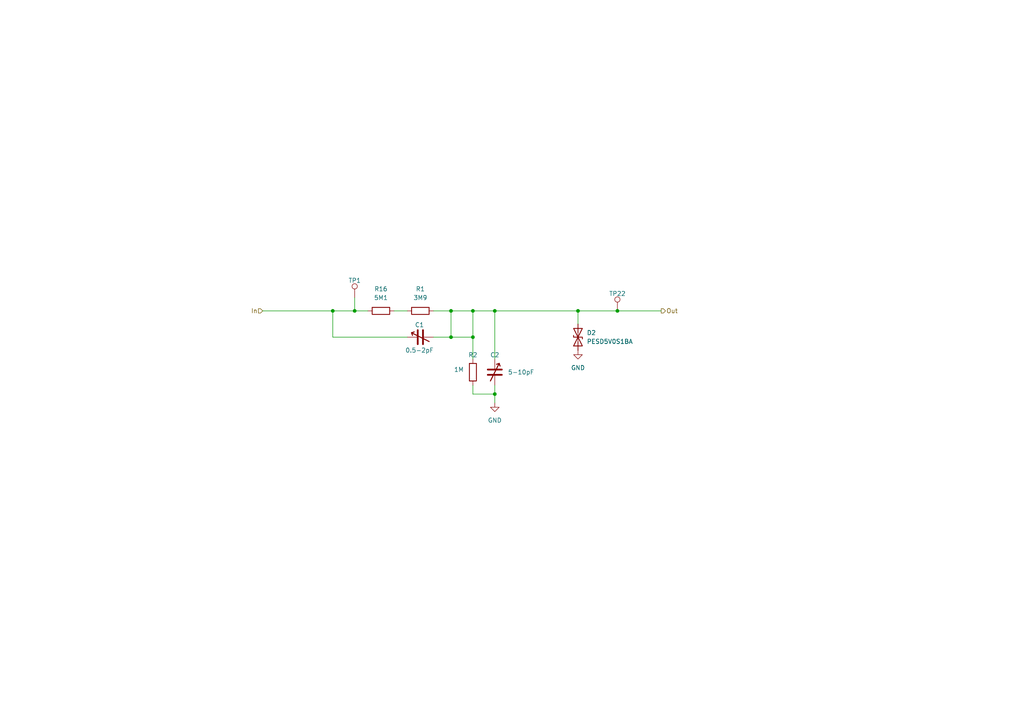
<source format=kicad_sch>
(kicad_sch (version 20250114) (generator "eeschema") (generator_version "9.0")
  (paper "A4")
  (title_block (date "2026-01-15") (rev "1"))
  (lib_symbols
    (symbol "Connector:TestPoint" (pin_numbers (hide yes)) (pin_names (offset 0.762) (hide yes))
      (property "Reference" "TP" (at 0 6.858 0))
      (property "Value" "TestPoint" (at 0 5.08 0))
      (symbol "TestPoint_0_1"
        (circle (center 0 3.302) (radius 0.762))
      )
      (symbol "TestPoint_1_1"
        (pin passive line (at 0 0 90) (length 2.54) (name "1") (number "1"))
      )
    )
    (symbol "Device:C_Variable" (pin_numbers (hide yes)) (pin_names (offset 0.254) (hide yes))
      (property "Reference" "C" (at 0.635 -1.905 0))
      (property "Value" "C_Variable" (at 0.635 -3.81 0))
      (symbol "C_Variable_0_1"
        (polyline (pts (xy -2.032 0.762) (xy 2.032 0.762)) (stroke (width 0.508)))
        (polyline (pts (xy -2.032 -0.762) (xy 2.032 -0.762)) (stroke (width 0.508)))
        (polyline (pts (xy 1.27 2.54) (xy -1.27 -2.54)) (stroke (width 0.3048)))
        (polyline (pts (xy 1.27 2.54) (xy 0.508 2.286)) (stroke (width 0.3048)))
        (polyline (pts (xy 1.27 2.54) (xy 1.524 1.778)) (stroke (width 0.3048)))
      )
      (symbol "C_Variable_1_1"
        (pin passive line (at 0 3.81 270) (length 3.048) (name "~") (number "1"))
        (pin passive line (at 0 -3.81 90) (length 3.048) (name "~") (number "2"))
      )
    )
    (symbol "Device:D_TVS" (pin_numbers (hide yes)) (pin_names (offset 1.016) (hide yes))
      (property "Reference" "D" (at 0 2.54 0))
      (property "Value" "D_TVS" (at 0 -2.54 0))
      (symbol "D_TVS_0_1"
        (polyline (pts (xy -2.54 1.27) (xy -2.54 -1.27) (xy 2.54 1.27) (xy 2.54 -1.27) (xy -2.54 1.27)) (stroke (width 0.254)))
        (polyline (pts (xy 0.508 1.27) (xy 0 1.27) (xy 0 -1.27) (xy -0.508 -1.27)) (stroke (width 0.254)))
        (polyline (pts (xy 1.27 0) (xy -1.27 0)))
      )
      (symbol "D_TVS_1_1"
        (pin passive line (at -3.81 0 0) (length 2.54) (name "A1") (number "1"))
        (pin passive line (at 3.81 0 180) (length 2.54) (name "A2") (number "2"))
      )
    )
    (symbol "Device:R" (pin_numbers (hide yes)) (pin_names (offset 0))
      (property "Reference" "R" (at 2.032 0 90))
      (property "Value" "R" (at 0 0 90))
      (symbol "R_0_1"
        (rectangle (start -1.016 -2.54) (end 1.016 2.54) (stroke (width 0.254)))
      )
      (symbol "R_1_1"
        (pin passive line (at 0 3.81 270) (length 1.27) (name "~") (number "1"))
        (pin passive line (at 0 -3.81 90) (length 1.27) (name "~") (number "2"))
      )
    )
    (symbol "power:GND" (power) (pin_numbers (hide yes)) (pin_names (offset 0) (hide yes))
      (property "Value" "GND" (at 0 -3.81 0))
      (symbol "GND_0_1"
        (polyline (pts (xy 0 0) (xy 0 -1.27) (xy 1.27 -1.27) (xy 0 -2.54) (xy -1.27 -1.27) (xy 0 -1.27)))
      )
      (symbol "GND_1_1"
        (pin power_in line (at 0 0 270) (length 0) (name "~") (number "1"))
      )
    )
  )
  (junction (at 143.51 90.17))
  (junction (at 137.16 90.17))
  (junction (at 130.81 97.79))
  (junction (at 179.07 90.17))
  (junction (at 137.16 97.79))
  (junction (at 130.81 90.17))
  (junction (at 167.64 90.17))
  (junction (at 102.87 90.17))
  (junction (at 143.51 114.3))
  (junction (at 96.52 90.17))
  (wire (pts (xy 143.51 90.17) (xy 143.51 104.14)))
  (wire (pts (xy 125.73 97.79) (xy 130.81 97.79)))
  (wire (pts (xy 76.2 90.17) (xy 96.52 90.17)))
  (wire (pts (xy 96.52 90.17) (xy 96.52 97.79)))
  (wire (pts (xy 137.16 90.17) (xy 143.51 90.17)))
  (wire (pts (xy 143.51 111.76) (xy 143.51 114.3)))
  (wire (pts (xy 137.16 97.79) (xy 137.16 104.14)))
  (wire (pts (xy 143.51 114.3) (xy 143.51 116.84)))
  (wire (pts (xy 179.07 90.17) (xy 191.77 90.17)))
  (wire (pts (xy 167.64 90.17) (xy 167.64 93.98)))
  (wire (pts (xy 96.52 90.17) (xy 102.87 90.17)))
  (wire (pts (xy 167.64 90.17) (xy 179.07 90.17)))
  (wire (pts (xy 114.3 90.17) (xy 118.11 90.17)))
  (wire (pts (xy 125.73 90.17) (xy 130.81 90.17)))
  (wire (pts (xy 143.51 90.17) (xy 167.64 90.17)))
  (wire (pts (xy 130.81 90.17) (xy 137.16 90.17)))
  (wire (pts (xy 102.87 90.17) (xy 106.68 90.17)))
  (wire (pts (xy 96.52 97.79) (xy 118.11 97.79)))
  (wire (pts (xy 130.81 97.79) (xy 137.16 97.79)))
  (wire (pts (xy 137.16 111.76) (xy 137.16 114.3)))
  (wire (pts (xy 130.81 90.17) (xy 130.81 97.79)))
  (wire (pts (xy 137.16 90.17) (xy 137.16 97.79)))
  (wire (pts (xy 137.16 114.3) (xy 143.51 114.3)))
  (wire (pts (xy 102.87 86.36) (xy 102.87 90.17)))
  (hierarchical_label "Out" (shape output) (at 191.77 90.17 0))
  (hierarchical_label "In" (shape input) (at 76.2 90.17 180))
  (symbol (lib_id "Connector:TestPoint") (at 102.87 86.36 0) (unit 1) (in_bom no)
    (property "Reference" "TP3" (at 102.87 81.36 0))
    (property "Value" "TP" (effects (hide yes)))
    (property "Footprint" "TestPoint:TestPoint_Pad_D1.0mm" (effects (hide yes)))
    (property "Description" "Test point - Input positive" (effects (hide yes)))
    (instances (project "active-diff" (path "" (reference "TP1") (unit 1)) (path "" (reference "TP3") (unit 1))))
  )
  (symbol (lib_id "Device:D_TVS") (at 167.64 97.79 90) (unit 1)
    (property "Reference" "D1" (at 170.18 96.5199 90) (effects (justify right)))
    (property "Value" "PESD5V0S1BA" (at 170.18 99.0599 90) (effects (justify right)))
    (property "Footprint" "Diode_SMD:D_SOD-323_HandSoldering" (effects (hide yes)))
    (property "Description" "Bidirectional transient-voltage-suppression diode" (effects (hide yes)))
    (property "JLCPCB Part#" "C2827694" (effects (hide yes)))
    (instances (project "" (path "" (reference "D2") (unit 1)) (path "" (reference "D1") (unit 1))))
  )
  (symbol (lib_id "Device:C_Variable") (at 121.92 97.79 90) (unit 1)
    (property "Reference" "C5" (at 121.666 94.234 90))
    (property "Value" "0.5-2pF" (at 121.666 101.6 90))
    (property "Footprint" "Capacitor_SMD:C_Trimmer_Murata_TZC3" (effects (hide yes)))
    (property "Description" "Attenuator compensation trimmer" (effects (hide yes)))
    (property "Type" "NP0/C0G" (effects (hide yes)))
    (property "JLCPCB Part#" "C22468120" (effects (hide yes)))
    (instances (project "active-diff" (path "" (reference "C1") (unit 1)) (path "" (reference "C5") (unit 1))))
  )
  (symbol (lib_id "Device:R") (at 121.92 90.17 90) (unit 1)
    (property "Reference" "R4" (at 121.92 83.82 90))
    (property "Value" "3M9" (at 121.92 86.36 90))
    (property "Footprint" "Resistor_SMD:R_0603_1608Metric_Pad0.98x0.95mm_HandSolder" (effects (hide yes)))
    (property "Description" "Input attenuator - positive channel" (effects (hide yes)))
    (property "Tolerance" "0.1%" (effects (hide yes)))
    (property "Type" "Thin film" (effects (hide yes)))
    (property "JLCPCB Part#" "C423039" (effects (hide yes)))
    (instances (project "active-diff" (path "" (reference "R1") (unit 1)) (path "" (reference "R4") (unit 1))))
  )
  (symbol (lib_id "Device:C_Variable") (at 143.51 107.95 0) (unit 1)
    (property "Reference" "C6" (at 143.51 102.95 0))
    (property "Value" "5-10pF" (at 151.13 107.95 0))
    (property "Footprint" "Capacitor_SMD:C_Trimmer_Murata_TZC3" (effects (hide yes)))
    (property "Description" "Attenuator compensation trimmer" (effects (hide yes)))
    (property "Type" "NP0/C0G" (effects (hide yes)))
    (property "JLCPCB Part#" "C22468120" (effects (hide yes)))
    (instances (project "active-diff" (path "" (reference "C2") (unit 1)) (path "" (reference "C6") (unit 1))))
  )
  (symbol (lib_id "Device:R") (at 137.16 107.95 0) (unit 1)
    (property "Reference" "R5" (at 137.16 102.95 0))
    (property "Value" "1M" (at 133.096 107.188 0))
    (property "Footprint" "Resistor_SMD:R_0603_1608Metric_Pad0.98x0.95mm_HandSolder" (effects (hide yes)))
    (property "Description" "Input attenuator - positive channel" (effects (hide yes)))
    (property "Tolerance" "0.1%" (effects (hide yes)))
    (property "Type" "Thin film" (effects (hide yes)))
    (property "JLCPCB Part#" "C4165581" (effects (hide yes)))
    (instances (project "active-diff" (path "" (reference "R2") (unit 1)) (path "" (reference "R5") (unit 1))))
  )
  (symbol (lib_id "power:GND") (at 167.64 101.6 0) (unit 1)
    (property "Reference" "#PWR04" (effects (hide yes)))
    (property "Value" "GND" (at 167.64 106.68 0))
    (property "Description" "Power symbol creates a global label with name \"GND\" , ground" (effects (hide yes)))
    (instances (project "active-diff" (path "" (reference "#PWR05") (unit 1)) (path "" (reference "#PWR04") (unit 1))))
  )
  (symbol (lib_id "power:GND") (at 143.51 116.84 0) (unit 1)
    (property "Reference" "#PWR019" (effects (hide yes)))
    (property "Value" "GND" (at 143.51 121.92 0))
    (property "Description" "Power symbol creates a global label with name \"GND\" , ground" (effects (hide yes)))
    (instances (project "active-diff" (path "" (reference "#PWR01") (unit 1)) (path "" (reference "#PWR019") (unit 1))))
  )
  (symbol (lib_id "Device:R") (at 110.49 90.17 90) (unit 1)
    (property "Reference" "R7" (at 110.49 83.82 90))
    (property "Value" "5M1" (at 110.49 86.36 90))
    (property "Footprint" "Resistor_SMD:R_0603_1608Metric_Pad0.98x0.95mm_HandSolder" (effects (hide yes)))
    (property "Description" "Input attenuator - positive channel" (effects (hide yes)))
    (property "Tolerance" "0.1%" (effects (hide yes)))
    (property "Type" "Thin film" (effects (hide yes)))
    (property "JLCPCB Part#" "C13320" (effects (hide yes)))
    (instances (project "active-diff" (path "" (reference "R16") (unit 1)) (path "" (reference "R7") (unit 1))))
  )
  (symbol (lib_id "Connector:TestPoint") (at 179.07 90.17 0) (unit 1) (in_bom no)
    (property "Reference" "TP21" (at 179.07 85.17 0))
    (property "Value" "TP" (effects (hide yes)))
    (property "Footprint" "TestPoint:TestPoint_Pad_D1.0mm" (effects (hide yes)))
    (property "Description" "Test point - Input positive" (effects (hide yes)))
    (instances (project "active-diff" (path "" (reference "TP22") (unit 1)) (path "" (reference "TP21") (unit 1))))
  )
)
</source>
